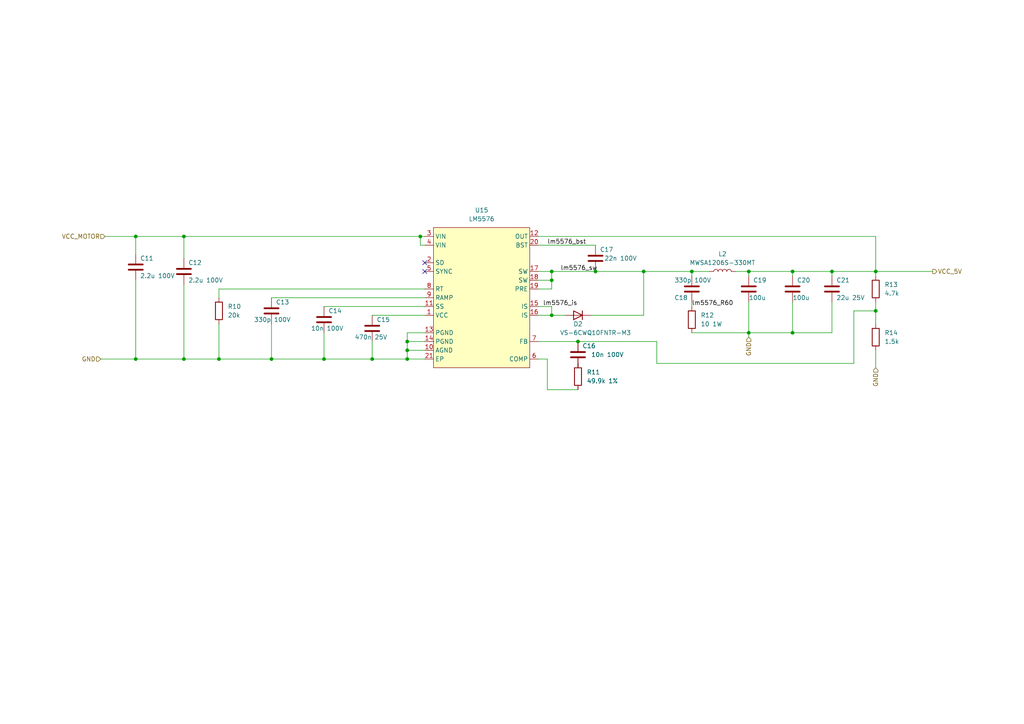
<source format=kicad_sch>
(kicad_sch (version 20211123) (generator eeschema)
  (paper "A4")
  (lib_symbols
    (symbol "Device:C" (pin_numbers hide) (pin_names (offset 0.254))
      (property "Reference" "C" (at 0.635 2.54 0))
      (property "Value" "C" (at 0.635 -2.54 0))
      (symbol "C_0_1"
        (polyline (pts (xy -2.032 -0.762) (xy 2.032 -0.762)) (stroke (width 0.508)))
        (polyline (pts (xy -2.032 0.762) (xy 2.032 0.762)) (stroke (width 0.508)))
      )
      (symbol "C_1_1"
        (pin passive line (at 0 3.81 270) (length 2.794) (name "~") (number "1"))
        (pin passive line (at 0 -3.81 90) (length 2.794) (name "~") (number "2"))
      )
    )
    (symbol "Device:D" (pin_numbers hide) (pin_names (offset 1.016) hide)
      (property "Reference" "D" (at 0 2.54 0))
      (property "Value" "D" (at 0 -2.54 0))
      (symbol "D_0_1"
        (polyline (pts (xy -1.27 1.27) (xy -1.27 -1.27)) (stroke (width 0.254)))
        (polyline (pts (xy 1.27 0) (xy -1.27 0)))
        (polyline (pts (xy 1.27 1.27) (xy 1.27 -1.27) (xy -1.27 0) (xy 1.27 1.27)) (stroke (width 0.254)))
      )
      (symbol "D_1_1"
        (pin passive line (at -3.81 0 0) (length 2.54) (name "K") (number "1"))
        (pin passive line (at 3.81 0 180) (length 2.54) (name "A") (number "2"))
      )
    )
    (symbol "Device:L" (pin_numbers hide) (pin_names (offset 1.016) hide)
      (property "Reference" "L" (at -1.27 0 90))
      (property "Value" "L" (at 1.905 0 90))
      (symbol "L_0_1"
        (arc (start 0 -2.54) (mid 0.635 -1.905) (end 0 -1.27))
        (arc (start 0 -1.27) (mid 0.635 -0.635) (end 0 0))
        (arc (start 0 0) (mid 0.635 0.635) (end 0 1.27))
        (arc (start 0 1.27) (mid 0.635 1.905) (end 0 2.54))
      )
      (symbol "L_1_1"
        (pin passive line (at 0 3.81 270) (length 1.27) (name "1") (number "1"))
        (pin passive line (at 0 -3.81 90) (length 1.27) (name "2") (number "2"))
      )
    )
    (symbol "Device:R" (pin_numbers hide) (pin_names (offset 0))
      (property "Reference" "R" (at 2.032 0 90))
      (property "Value" "R" (at 0 0 90))
      (symbol "R_0_1"
        (rectangle (start -1.016 -2.54) (end 1.016 2.54) (stroke (width 0.254)))
      )
      (symbol "R_1_1"
        (pin passive line (at 0 3.81 270) (length 1.27) (name "~") (number "1"))
        (pin passive line (at 0 -3.81 90) (length 1.27) (name "~") (number "2"))
      )
    )
    (symbol "PersonnalSymbolLibrary:LM5576"
      (property "Reference" "U8" (at 13.97 5.08 0))
      (property "Value" "LM5576" (at 13.97 2.54 0))
      (symbol "LM5576_0_1"
        (rectangle (start 0 0) (end 27.94 -40.64) (stroke (width 0.1524)) (fill (type background)))
      )
      (symbol "LM5576_1_1"
        (pin power_in line (at -2.54 -25.4 0) (length 2.54) (name "VCC") (number "1"))
        (pin power_in line (at -2.54 -35.56 0) (length 2.54) (name "AGND") (number "10"))
        (pin output line (at -2.54 -22.86 0) (length 2.54) (name "SS") (number "11"))
        (pin power_out line (at 30.48 -2.54 180) (length 2.54) (name "OUT") (number "12"))
        (pin power_in line (at -2.54 -30.48 0) (length 2.54) (name "PGND") (number "13"))
        (pin power_in line (at -2.54 -33.02 0) (length 2.54) (name "PGND") (number "14"))
        (pin input line (at 30.48 -22.86 180) (length 2.54) (name "IS") (number "15"))
        (pin input line (at 30.48 -25.4 180) (length 2.54) (name "IS") (number "16"))
        (pin output line (at 30.48 -12.7 180) (length 2.54) (name "SW") (number "17"))
        (pin output line (at 30.48 -15.24 180) (length 2.54) (name "SW") (number "18"))
        (pin output line (at 30.48 -17.78 180) (length 2.54) (name "PRE") (number "19"))
        (pin input line (at -2.54 -10.16 0) (length 2.54) (name "SD") (number "2"))
        (pin output line (at 30.48 -5.08 180) (length 2.54) (name "BST") (number "20"))
        (pin power_in line (at -2.54 -38.1 0) (length 2.54) (name "EP") (number "21"))
        (pin power_in line (at -2.54 -2.54 0) (length 2.54) (name "VIN") (number "3"))
        (pin power_in line (at -2.54 -5.08 0) (length 2.54) (name "VIN") (number "4"))
        (pin bidirectional line (at -2.54 -12.7 0) (length 2.54) (name "SYNC") (number "5"))
        (pin output line (at 30.48 -38.1 180) (length 2.54) (name "COMP") (number "6"))
        (pin input line (at 30.48 -33.02 180) (length 2.54) (name "FB") (number "7"))
        (pin input line (at -2.54 -17.78 0) (length 2.54) (name "RT") (number "8"))
        (pin output line (at -2.54 -20.32 0) (length 2.54) (name "RAMP") (number "9"))
      )
    )
  )
  (junction (at 241.3 78.74))
  (junction (at 39.37 104.14))
  (junction (at 229.87 96.52))
  (junction (at 53.34 68.58))
  (junction (at 93.98 104.14))
  (junction (at 121.92 68.58))
  (junction (at 107.95 104.14))
  (junction (at 167.64 99.06))
  (junction (at 254 78.74))
  (junction (at 53.34 104.14))
  (junction (at 229.87 78.74))
  (junction (at 118.11 104.14))
  (junction (at 254 90.17))
  (junction (at 217.17 78.74))
  (junction (at 200.66 78.74))
  (junction (at 118.11 99.06))
  (junction (at 160.02 81.28))
  (junction (at 160.02 78.74))
  (junction (at 172.72 78.74))
  (junction (at 118.11 101.6))
  (junction (at 39.37 68.58))
  (junction (at 78.74 104.14))
  (junction (at 63.5 104.14))
  (junction (at 186.69 78.74))
  (junction (at 160.02 91.44))
  (junction (at 217.17 96.52))
  (no_connect (at 123.19 76.2))
  (no_connect (at 123.19 78.74))
  (wire (pts (xy 172.72 78.74) (xy 186.69 78.74)))
  (wire (pts (xy 186.69 78.74) (xy 200.66 78.74)))
  (wire (pts (xy 53.34 68.58) (xy 53.34 74.93)))
  (wire (pts (xy 156.21 71.12) (xy 172.72 71.12)))
  (wire (pts (xy 156.21 81.28) (xy 160.02 81.28)))
  (wire (pts (xy 156.21 88.9) (xy 160.02 88.9)))
  (wire (pts (xy 229.87 78.74) (xy 229.87 80.01)))
  (wire (pts (xy 156.21 91.44) (xy 160.02 91.44)))
  (wire (pts (xy 190.5 105.41) (xy 190.5 99.06)))
  (wire (pts (xy 190.5 105.41) (xy 247.65 105.41)))
  (wire (pts (xy 107.95 104.14) (xy 118.11 104.14)))
  (wire (pts (xy 241.3 78.74) (xy 254 78.74)))
  (wire (pts (xy 254 78.74) (xy 254 80.01)))
  (wire (pts (xy 229.87 87.63) (xy 229.87 96.52)))
  (wire (pts (xy 30.48 68.58) (xy 39.37 68.58)))
  (wire (pts (xy 241.3 87.63) (xy 241.3 96.52)))
  (wire (pts (xy 53.34 104.14) (xy 39.37 104.14)))
  (wire (pts (xy 93.98 88.9) (xy 123.19 88.9)))
  (wire (pts (xy 118.11 104.14) (xy 123.19 104.14)))
  (wire (pts (xy 217.17 80.01) (xy 217.17 78.74)))
  (wire (pts (xy 200.66 96.52) (xy 217.17 96.52)))
  (wire (pts (xy 213.36 78.74) (xy 217.17 78.74)))
  (wire (pts (xy 217.17 78.74) (xy 229.87 78.74)))
  (wire (pts (xy 229.87 78.74) (xy 241.3 78.74)))
  (wire (pts (xy 200.66 87.63) (xy 200.66 88.9)))
  (wire (pts (xy 217.17 96.52) (xy 229.87 96.52)))
  (wire (pts (xy 247.65 90.17) (xy 254 90.17)))
  (wire (pts (xy 254 90.17) (xy 254 93.98)))
  (wire (pts (xy 156.21 68.58) (xy 254 68.58)))
  (wire (pts (xy 217.17 96.52) (xy 217.17 97.79)))
  (wire (pts (xy 156.21 83.82) (xy 160.02 83.82)))
  (wire (pts (xy 63.5 104.14) (xy 53.34 104.14)))
  (wire (pts (xy 158.75 104.14) (xy 156.21 104.14)))
  (wire (pts (xy 118.11 96.52) (xy 118.11 99.06)))
  (wire (pts (xy 118.11 99.06) (xy 118.11 101.6)))
  (wire (pts (xy 118.11 101.6) (xy 118.11 104.14)))
  (wire (pts (xy 123.19 96.52) (xy 118.11 96.52)))
  (wire (pts (xy 93.98 104.14) (xy 78.74 104.14)))
  (wire (pts (xy 167.64 106.68) (xy 167.64 105.41)))
  (wire (pts (xy 78.74 93.98) (xy 78.74 104.14)))
  (wire (pts (xy 53.34 82.55) (xy 53.34 104.14)))
  (wire (pts (xy 171.45 91.44) (xy 186.69 91.44)))
  (wire (pts (xy 160.02 78.74) (xy 172.72 78.74)))
  (wire (pts (xy 247.65 90.17) (xy 247.65 105.41)))
  (wire (pts (xy 93.98 96.52) (xy 93.98 104.14)))
  (wire (pts (xy 118.11 101.6) (xy 123.19 101.6)))
  (wire (pts (xy 107.95 91.44) (xy 123.19 91.44)))
  (wire (pts (xy 241.3 80.01) (xy 241.3 78.74)))
  (wire (pts (xy 160.02 78.74) (xy 160.02 81.28)))
  (wire (pts (xy 200.66 78.74) (xy 200.66 80.01)))
  (wire (pts (xy 118.11 99.06) (xy 123.19 99.06)))
  (wire (pts (xy 229.87 96.52) (xy 241.3 96.52)))
  (wire (pts (xy 156.21 78.74) (xy 160.02 78.74)))
  (wire (pts (xy 78.74 86.36) (xy 123.19 86.36)))
  (wire (pts (xy 107.95 99.06) (xy 107.95 104.14)))
  (wire (pts (xy 29.21 104.14) (xy 39.37 104.14)))
  (wire (pts (xy 121.92 71.12) (xy 121.92 68.58)))
  (wire (pts (xy 123.19 71.12) (xy 121.92 71.12)))
  (wire (pts (xy 186.69 78.74) (xy 186.69 91.44)))
  (wire (pts (xy 200.66 78.74) (xy 205.74 78.74)))
  (wire (pts (xy 160.02 81.28) (xy 160.02 83.82)))
  (wire (pts (xy 160.02 91.44) (xy 163.83 91.44)))
  (wire (pts (xy 107.95 104.14) (xy 93.98 104.14)))
  (wire (pts (xy 254 68.58) (xy 254 78.74)))
  (wire (pts (xy 254 101.6) (xy 254 106.68)))
  (wire (pts (xy 158.75 113.03) (xy 158.75 104.14)))
  (wire (pts (xy 160.02 88.9) (xy 160.02 91.44)))
  (wire (pts (xy 39.37 68.58) (xy 53.34 68.58)))
  (wire (pts (xy 39.37 73.66) (xy 39.37 68.58)))
  (wire (pts (xy 121.92 68.58) (xy 123.19 68.58)))
  (wire (pts (xy 78.74 104.14) (xy 63.5 104.14)))
  (wire (pts (xy 39.37 81.28) (xy 39.37 104.14)))
  (wire (pts (xy 217.17 87.63) (xy 217.17 96.52)))
  (wire (pts (xy 167.64 113.03) (xy 158.75 113.03)))
  (wire (pts (xy 53.34 68.58) (xy 121.92 68.58)))
  (wire (pts (xy 63.5 83.82) (xy 63.5 86.36)))
  (wire (pts (xy 123.19 83.82) (xy 63.5 83.82)))
  (wire (pts (xy 254 78.74) (xy 270.51 78.74)))
  (wire (pts (xy 156.21 99.06) (xy 167.64 99.06)))
  (wire (pts (xy 254 87.63) (xy 254 90.17)))
  (wire (pts (xy 63.5 93.98) (xy 63.5 104.14)))
  (wire (pts (xy 167.64 99.06) (xy 190.5 99.06)))
  (label "lm5576_bst" (at 158.75 71.12 0))
  (label "lm5576_is" (at 157.48 88.9 0))
  (label "lm5576_sw" (at 162.56 78.74 0))
  (label "lm5576_R60" (at 200.66 88.9 0))
  (hierarchical_label "GND" (shape input) (at 29.21 104.14 180))
  (hierarchical_label "GND" (shape input) (at 254 106.68 270))
  (hierarchical_label "GND" (shape input) (at 217.17 97.79 270))
  (hierarchical_label "VCC_MOTOR" (shape input) (at 30.48 68.58 180))
  (hierarchical_label "VCC_5V" (shape output) (at 270.51 78.74 0))
  (symbol (lib_id "Device:C") (at 172.72 74.93 0) (unit 1)
    (property "Reference" "C17" (at 173.99 72.3899 0) (effects (justify left)))
    (property "Value" "22n 100V" (at 175.26 74.9299 0) (effects (justify left)))
    (property "Footprint" "Capacitor_SMD:C_0805_2012Metric" (effects hide))
    (property "LCSC" "C107137" (effects hide))
  )
  (symbol (lib_id "Device:C") (at 200.66 83.82 0) (unit 1)
    (property "Reference" "C18" (at 195.58 86.36 0) (effects (justify left)))
    (property "Value" "330p 100V" (at 195.58 81.28 0) (effects (justify left)))
    (property "Footprint" "Capacitor_SMD:C_0805_2012Metric" (effects hide))
    (property "LCSC" "C113820" (effects hide))
  )
  (symbol (lib_id "Device:C") (at 93.98 92.71 0) (unit 1)
    (property "Reference" "C14" (at 95.25 90.1699 0) (effects (justify left)))
    (property "Value" "10n 100V" (at 90.17 95.2499 0) (effects (justify left)))
    (property "Footprint" "Capacitor_SMD:C_0805_2012Metric" (effects hide))
    (property "LCSC" "C107135" (effects hide))
  )
  (symbol (lib_id "Device:C") (at 39.37 77.47 0) (unit 1)
    (property "Reference" "C11" (at 40.64 74.9299 0) (effects (justify left)))
    (property "Value" "2.2u 100V" (at 40.64 80.0099 0) (effects (justify left)))
    (property "Footprint" "Capacitor_SMD:C_1812_4532Metric" (effects hide))
    (property "LCSC" "C106162" (effects hide))
  )
  (symbol (lib_id "Device:D") (at 167.64 91.44 180) (unit 1)
    (property "Reference" "D2" (at 167.64 93.98 0))
    (property "Value" "VS-6CWQ10FNTR-M3" (at 172.72 96.52 0))
    (property "Footprint" "PersonnalFootprintLibrary:VS-6CWQ10FNTR-M3" (effects hide))
    (property "LCSC" "C468124" (effects hide))
  )
  (symbol (lib_id "Device:C") (at 229.87 83.82 0) (unit 1)
    (property "Reference" "C20" (at 231.14 81.2799 0) (effects (justify left)))
    (property "Value" "100u" (at 229.87 86.3599 0) (effects (justify left)))
    (property "Footprint" "Capacitor_SMD:C_1206_3216Metric" (effects hide))
    (property "LCSC" "C15008" (effects hide))
  )
  (symbol (lib_id "Device:C") (at 53.34 78.74 0) (unit 1)
    (property "Reference" "C12" (at 54.61 76.1999 0) (effects (justify left)))
    (property "Value" "2.2u 100V" (at 54.61 81.2799 0) (effects (justify left)))
    (property "Footprint" "Capacitor_SMD:C_1812_4532Metric" (effects hide))
    (property "LCSC" "C106162" (effects hide))
  )
  (symbol (lib_id "Device:L") (at 209.55 78.74 90) (unit 1)
    (property "Reference" "L2" (at 209.55 73.66 90))
    (property "Value" "MWSA1206S-330MT" (at 209.55 76.2 90))
    (property "Footprint" "PersonnalFootprintLibrary:MWSA1004S-330MT" (effects hide))
    (property "LCSC" "C408490" (effects hide))
  )
  (symbol (lib_id "PersonnalSymbolLibrary:LM5576") (at 125.73 66.04 0) (unit 1)
    (property "Reference" "U15" (at 139.7 60.96 0))
    (property "Value" "LM5576" (at 139.7 63.5 0))
    (property "Footprint" "Package_SO:HTSSOP-20-1EP_4.4x6.5mm_P0.65mm_EP2.85x4mm" (effects hide))
    (property "LCSC" "C62562" (effects hide))
  )
  (symbol (lib_id "Device:C") (at 217.17 83.82 0) (unit 1)
    (property "Reference" "C19" (at 218.44 81.2799 0) (effects (justify left)))
    (property "Value" "100u" (at 217.17 86.3599 0) (effects (justify left)))
    (property "Footprint" "Capacitor_SMD:C_1206_3216Metric" (effects hide))
    (property "LCSC" "C15008" (effects hide))
  )
  (symbol (lib_id "Device:C") (at 241.3 83.82 0) (unit 1)
    (property "Reference" "C21" (at 242.57 81.2799 0) (effects (justify left)))
    (property "Value" "22u 25V" (at 242.57 86.3599 0) (effects (justify left)))
    (property "Footprint" "Capacitor_SMD:C_1206_3216Metric" (effects hide))
    (property "LCSC" "C12891" (effects hide))
  )
  (symbol (lib_id "Device:R") (at 254 97.79 0) (unit 1)
    (property "Reference" "R14" (at 256.54 96.5199 0) (effects (justify left)))
    (property "Value" "1.5k" (at 256.54 99.0599 0) (effects (justify left)))
    (property "Footprint" "Resistor_SMD:R_0805_2012Metric" (effects hide))
    (property "LCSC" "C104027" (effects hide))
  )
  (symbol (lib_id "Device:R") (at 200.66 92.71 0) (unit 1)
    (property "Reference" "R12" (at 203.2 91.4399 0) (effects (justify left)))
    (property "Value" "10 1W" (at 203.2 93.9799 0) (effects (justify left)))
    (property "Footprint" "Resistor_SMD:R_2512_6332Metric" (effects hide))
    (property "LCSC" "C47019" (effects hide))
  )
  (symbol (lib_id "Device:R") (at 63.5 90.17 0) (unit 1)
    (property "Reference" "R10" (at 66.04 88.8999 0) (effects (justify left)))
    (property "Value" "20k" (at 66.04 91.4399 0) (effects (justify left)))
    (property "Footprint" "Resistor_SMD:R_0805_2012Metric" (effects hide))
    (property "LCSC" "C4328" (effects hide))
  )
  (symbol (lib_id "Device:C") (at 78.74 90.17 0) (unit 1)
    (property "Reference" "C13" (at 80.01 87.6299 0) (effects (justify left)))
    (property "Value" "330p 100V" (at 73.66 92.7099 0) (effects (justify left)))
    (property "Footprint" "Capacitor_SMD:C_0805_2012Metric" (effects hide))
    (property "LCSC" "C113820" (effects hide))
  )
  (symbol (lib_id "Device:R") (at 167.64 109.22 0) (unit 1)
    (property "Reference" "R11" (at 170.18 107.9499 0) (effects (justify left)))
    (property "Value" "49.9k 1%" (at 170.18 110.4899 0) (effects (justify left)))
    (property "Footprint" "Resistor_SMD:R_0805_2012Metric" (effects hide))
    (property "LCSC" "C17719" (effects hide))
  )
  (symbol (lib_id "Device:C") (at 167.64 102.87 0) (unit 1)
    (property "Reference" "C16" (at 168.91 100.3299 0) (effects (justify left)))
    (property "Value" "10n 100V" (at 171.45 102.8699 0) (effects (justify left)))
    (property "Footprint" "Capacitor_SMD:C_0805_2012Metric" (effects hide))
    (property "LCSC" "C107135" (effects hide))
  )
  (symbol (lib_id "Device:R") (at 254 83.82 0) (unit 1)
    (property "Reference" "R13" (at 256.54 82.5499 0) (effects (justify left)))
    (property "Value" "4.7k" (at 256.54 85.0899 0) (effects (justify left)))
    (property "Footprint" "Resistor_SMD:R_0805_2012Metric" (effects hide))
    (property "LCSC" "C17673" (effects hide))
  )
  (symbol (lib_id "Device:C") (at 107.95 95.25 0) (unit 1)
    (property "Reference" "C15" (at 109.22 92.7099 0) (effects (justify left)))
    (property "Value" "470n 25V" (at 102.87 97.7899 0) (effects (justify left)))
    (property "Footprint" "Capacitor_SMD:C_0603_1608Metric" (effects hide))
    (property "LCSC" "C1623" (effects hide))
  )
)
</source>
